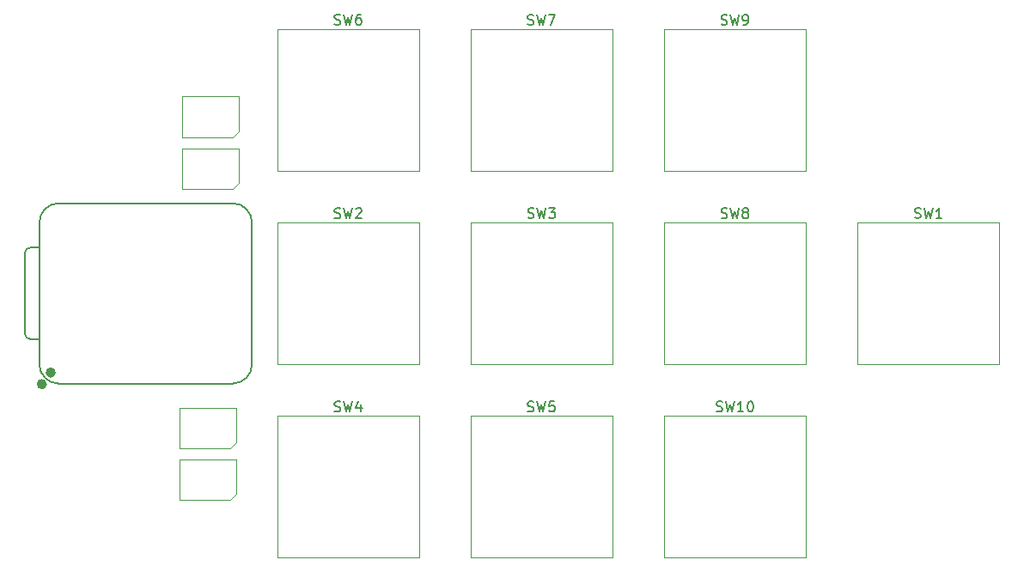
<source format=gbr>
%TF.GenerationSoftware,KiCad,Pcbnew,9.0.2*%
%TF.CreationDate,2025-06-28T19:25:42+02:00*%
%TF.ProjectId,Hackpad,4861636b-7061-4642-9e6b-696361645f70,rev?*%
%TF.SameCoordinates,Original*%
%TF.FileFunction,Legend,Top*%
%TF.FilePolarity,Positive*%
%FSLAX46Y46*%
G04 Gerber Fmt 4.6, Leading zero omitted, Abs format (unit mm)*
G04 Created by KiCad (PCBNEW 9.0.2) date 2025-06-28 19:25:42*
%MOMM*%
%LPD*%
G01*
G04 APERTURE LIST*
%ADD10C,0.150000*%
%ADD11C,0.120000*%
%ADD12C,0.127000*%
%ADD13C,0.100000*%
%ADD14C,0.504000*%
G04 APERTURE END LIST*
D10*
X121376665Y-56643200D02*
X121519522Y-56690819D01*
X121519522Y-56690819D02*
X121757617Y-56690819D01*
X121757617Y-56690819D02*
X121852855Y-56643200D01*
X121852855Y-56643200D02*
X121900474Y-56595580D01*
X121900474Y-56595580D02*
X121948093Y-56500342D01*
X121948093Y-56500342D02*
X121948093Y-56405104D01*
X121948093Y-56405104D02*
X121900474Y-56309866D01*
X121900474Y-56309866D02*
X121852855Y-56262247D01*
X121852855Y-56262247D02*
X121757617Y-56214628D01*
X121757617Y-56214628D02*
X121567141Y-56167009D01*
X121567141Y-56167009D02*
X121471903Y-56119390D01*
X121471903Y-56119390D02*
X121424284Y-56071771D01*
X121424284Y-56071771D02*
X121376665Y-55976533D01*
X121376665Y-55976533D02*
X121376665Y-55881295D01*
X121376665Y-55881295D02*
X121424284Y-55786057D01*
X121424284Y-55786057D02*
X121471903Y-55738438D01*
X121471903Y-55738438D02*
X121567141Y-55690819D01*
X121567141Y-55690819D02*
X121805236Y-55690819D01*
X121805236Y-55690819D02*
X121948093Y-55738438D01*
X122281427Y-55690819D02*
X122519522Y-56690819D01*
X122519522Y-56690819D02*
X122709998Y-55976533D01*
X122709998Y-55976533D02*
X122900474Y-56690819D01*
X122900474Y-56690819D02*
X123138570Y-55690819D01*
X123948093Y-55690819D02*
X123757617Y-55690819D01*
X123757617Y-55690819D02*
X123662379Y-55738438D01*
X123662379Y-55738438D02*
X123614760Y-55786057D01*
X123614760Y-55786057D02*
X123519522Y-55928914D01*
X123519522Y-55928914D02*
X123471903Y-56119390D01*
X123471903Y-56119390D02*
X123471903Y-56500342D01*
X123471903Y-56500342D02*
X123519522Y-56595580D01*
X123519522Y-56595580D02*
X123567141Y-56643200D01*
X123567141Y-56643200D02*
X123662379Y-56690819D01*
X123662379Y-56690819D02*
X123852855Y-56690819D01*
X123852855Y-56690819D02*
X123948093Y-56643200D01*
X123948093Y-56643200D02*
X123995712Y-56595580D01*
X123995712Y-56595580D02*
X124043331Y-56500342D01*
X124043331Y-56500342D02*
X124043331Y-56262247D01*
X124043331Y-56262247D02*
X123995712Y-56167009D01*
X123995712Y-56167009D02*
X123948093Y-56119390D01*
X123948093Y-56119390D02*
X123852855Y-56071771D01*
X123852855Y-56071771D02*
X123662379Y-56071771D01*
X123662379Y-56071771D02*
X123567141Y-56119390D01*
X123567141Y-56119390D02*
X123519522Y-56167009D01*
X123519522Y-56167009D02*
X123471903Y-56262247D01*
X159486665Y-56663200D02*
X159629522Y-56710819D01*
X159629522Y-56710819D02*
X159867617Y-56710819D01*
X159867617Y-56710819D02*
X159962855Y-56663200D01*
X159962855Y-56663200D02*
X160010474Y-56615580D01*
X160010474Y-56615580D02*
X160058093Y-56520342D01*
X160058093Y-56520342D02*
X160058093Y-56425104D01*
X160058093Y-56425104D02*
X160010474Y-56329866D01*
X160010474Y-56329866D02*
X159962855Y-56282247D01*
X159962855Y-56282247D02*
X159867617Y-56234628D01*
X159867617Y-56234628D02*
X159677141Y-56187009D01*
X159677141Y-56187009D02*
X159581903Y-56139390D01*
X159581903Y-56139390D02*
X159534284Y-56091771D01*
X159534284Y-56091771D02*
X159486665Y-55996533D01*
X159486665Y-55996533D02*
X159486665Y-55901295D01*
X159486665Y-55901295D02*
X159534284Y-55806057D01*
X159534284Y-55806057D02*
X159581903Y-55758438D01*
X159581903Y-55758438D02*
X159677141Y-55710819D01*
X159677141Y-55710819D02*
X159915236Y-55710819D01*
X159915236Y-55710819D02*
X160058093Y-55758438D01*
X160391427Y-55710819D02*
X160629522Y-56710819D01*
X160629522Y-56710819D02*
X160819998Y-55996533D01*
X160819998Y-55996533D02*
X161010474Y-56710819D01*
X161010474Y-56710819D02*
X161248570Y-55710819D01*
X161677141Y-56710819D02*
X161867617Y-56710819D01*
X161867617Y-56710819D02*
X161962855Y-56663200D01*
X161962855Y-56663200D02*
X162010474Y-56615580D01*
X162010474Y-56615580D02*
X162105712Y-56472723D01*
X162105712Y-56472723D02*
X162153331Y-56282247D01*
X162153331Y-56282247D02*
X162153331Y-55901295D01*
X162153331Y-55901295D02*
X162105712Y-55806057D01*
X162105712Y-55806057D02*
X162058093Y-55758438D01*
X162058093Y-55758438D02*
X161962855Y-55710819D01*
X161962855Y-55710819D02*
X161772379Y-55710819D01*
X161772379Y-55710819D02*
X161677141Y-55758438D01*
X161677141Y-55758438D02*
X161629522Y-55806057D01*
X161629522Y-55806057D02*
X161581903Y-55901295D01*
X161581903Y-55901295D02*
X161581903Y-56139390D01*
X161581903Y-56139390D02*
X161629522Y-56234628D01*
X161629522Y-56234628D02*
X161677141Y-56282247D01*
X161677141Y-56282247D02*
X161772379Y-56329866D01*
X161772379Y-56329866D02*
X161962855Y-56329866D01*
X161962855Y-56329866D02*
X162058093Y-56282247D01*
X162058093Y-56282247D02*
X162105712Y-56234628D01*
X162105712Y-56234628D02*
X162153331Y-56139390D01*
X140416665Y-56663200D02*
X140559522Y-56710819D01*
X140559522Y-56710819D02*
X140797617Y-56710819D01*
X140797617Y-56710819D02*
X140892855Y-56663200D01*
X140892855Y-56663200D02*
X140940474Y-56615580D01*
X140940474Y-56615580D02*
X140988093Y-56520342D01*
X140988093Y-56520342D02*
X140988093Y-56425104D01*
X140988093Y-56425104D02*
X140940474Y-56329866D01*
X140940474Y-56329866D02*
X140892855Y-56282247D01*
X140892855Y-56282247D02*
X140797617Y-56234628D01*
X140797617Y-56234628D02*
X140607141Y-56187009D01*
X140607141Y-56187009D02*
X140511903Y-56139390D01*
X140511903Y-56139390D02*
X140464284Y-56091771D01*
X140464284Y-56091771D02*
X140416665Y-55996533D01*
X140416665Y-55996533D02*
X140416665Y-55901295D01*
X140416665Y-55901295D02*
X140464284Y-55806057D01*
X140464284Y-55806057D02*
X140511903Y-55758438D01*
X140511903Y-55758438D02*
X140607141Y-55710819D01*
X140607141Y-55710819D02*
X140845236Y-55710819D01*
X140845236Y-55710819D02*
X140988093Y-55758438D01*
X141321427Y-55710819D02*
X141559522Y-56710819D01*
X141559522Y-56710819D02*
X141749998Y-55996533D01*
X141749998Y-55996533D02*
X141940474Y-56710819D01*
X141940474Y-56710819D02*
X142178570Y-55710819D01*
X142464284Y-55710819D02*
X143130950Y-55710819D01*
X143130950Y-55710819D02*
X142702379Y-56710819D01*
X140436665Y-75703200D02*
X140579522Y-75750819D01*
X140579522Y-75750819D02*
X140817617Y-75750819D01*
X140817617Y-75750819D02*
X140912855Y-75703200D01*
X140912855Y-75703200D02*
X140960474Y-75655580D01*
X140960474Y-75655580D02*
X141008093Y-75560342D01*
X141008093Y-75560342D02*
X141008093Y-75465104D01*
X141008093Y-75465104D02*
X140960474Y-75369866D01*
X140960474Y-75369866D02*
X140912855Y-75322247D01*
X140912855Y-75322247D02*
X140817617Y-75274628D01*
X140817617Y-75274628D02*
X140627141Y-75227009D01*
X140627141Y-75227009D02*
X140531903Y-75179390D01*
X140531903Y-75179390D02*
X140484284Y-75131771D01*
X140484284Y-75131771D02*
X140436665Y-75036533D01*
X140436665Y-75036533D02*
X140436665Y-74941295D01*
X140436665Y-74941295D02*
X140484284Y-74846057D01*
X140484284Y-74846057D02*
X140531903Y-74798438D01*
X140531903Y-74798438D02*
X140627141Y-74750819D01*
X140627141Y-74750819D02*
X140865236Y-74750819D01*
X140865236Y-74750819D02*
X141008093Y-74798438D01*
X141341427Y-74750819D02*
X141579522Y-75750819D01*
X141579522Y-75750819D02*
X141769998Y-75036533D01*
X141769998Y-75036533D02*
X141960474Y-75750819D01*
X141960474Y-75750819D02*
X142198570Y-74750819D01*
X142484284Y-74750819D02*
X143103331Y-74750819D01*
X143103331Y-74750819D02*
X142769998Y-75131771D01*
X142769998Y-75131771D02*
X142912855Y-75131771D01*
X142912855Y-75131771D02*
X143008093Y-75179390D01*
X143008093Y-75179390D02*
X143055712Y-75227009D01*
X143055712Y-75227009D02*
X143103331Y-75322247D01*
X143103331Y-75322247D02*
X143103331Y-75560342D01*
X143103331Y-75560342D02*
X143055712Y-75655580D01*
X143055712Y-75655580D02*
X143008093Y-75703200D01*
X143008093Y-75703200D02*
X142912855Y-75750819D01*
X142912855Y-75750819D02*
X142627141Y-75750819D01*
X142627141Y-75750819D02*
X142531903Y-75703200D01*
X142531903Y-75703200D02*
X142484284Y-75655580D01*
X159486665Y-75723200D02*
X159629522Y-75770819D01*
X159629522Y-75770819D02*
X159867617Y-75770819D01*
X159867617Y-75770819D02*
X159962855Y-75723200D01*
X159962855Y-75723200D02*
X160010474Y-75675580D01*
X160010474Y-75675580D02*
X160058093Y-75580342D01*
X160058093Y-75580342D02*
X160058093Y-75485104D01*
X160058093Y-75485104D02*
X160010474Y-75389866D01*
X160010474Y-75389866D02*
X159962855Y-75342247D01*
X159962855Y-75342247D02*
X159867617Y-75294628D01*
X159867617Y-75294628D02*
X159677141Y-75247009D01*
X159677141Y-75247009D02*
X159581903Y-75199390D01*
X159581903Y-75199390D02*
X159534284Y-75151771D01*
X159534284Y-75151771D02*
X159486665Y-75056533D01*
X159486665Y-75056533D02*
X159486665Y-74961295D01*
X159486665Y-74961295D02*
X159534284Y-74866057D01*
X159534284Y-74866057D02*
X159581903Y-74818438D01*
X159581903Y-74818438D02*
X159677141Y-74770819D01*
X159677141Y-74770819D02*
X159915236Y-74770819D01*
X159915236Y-74770819D02*
X160058093Y-74818438D01*
X160391427Y-74770819D02*
X160629522Y-75770819D01*
X160629522Y-75770819D02*
X160819998Y-75056533D01*
X160819998Y-75056533D02*
X161010474Y-75770819D01*
X161010474Y-75770819D02*
X161248570Y-74770819D01*
X161772379Y-75199390D02*
X161677141Y-75151771D01*
X161677141Y-75151771D02*
X161629522Y-75104152D01*
X161629522Y-75104152D02*
X161581903Y-75008914D01*
X161581903Y-75008914D02*
X161581903Y-74961295D01*
X161581903Y-74961295D02*
X161629522Y-74866057D01*
X161629522Y-74866057D02*
X161677141Y-74818438D01*
X161677141Y-74818438D02*
X161772379Y-74770819D01*
X161772379Y-74770819D02*
X161962855Y-74770819D01*
X161962855Y-74770819D02*
X162058093Y-74818438D01*
X162058093Y-74818438D02*
X162105712Y-74866057D01*
X162105712Y-74866057D02*
X162153331Y-74961295D01*
X162153331Y-74961295D02*
X162153331Y-75008914D01*
X162153331Y-75008914D02*
X162105712Y-75104152D01*
X162105712Y-75104152D02*
X162058093Y-75151771D01*
X162058093Y-75151771D02*
X161962855Y-75199390D01*
X161962855Y-75199390D02*
X161772379Y-75199390D01*
X161772379Y-75199390D02*
X161677141Y-75247009D01*
X161677141Y-75247009D02*
X161629522Y-75294628D01*
X161629522Y-75294628D02*
X161581903Y-75389866D01*
X161581903Y-75389866D02*
X161581903Y-75580342D01*
X161581903Y-75580342D02*
X161629522Y-75675580D01*
X161629522Y-75675580D02*
X161677141Y-75723200D01*
X161677141Y-75723200D02*
X161772379Y-75770819D01*
X161772379Y-75770819D02*
X161962855Y-75770819D01*
X161962855Y-75770819D02*
X162058093Y-75723200D01*
X162058093Y-75723200D02*
X162105712Y-75675580D01*
X162105712Y-75675580D02*
X162153331Y-75580342D01*
X162153331Y-75580342D02*
X162153331Y-75389866D01*
X162153331Y-75389866D02*
X162105712Y-75294628D01*
X162105712Y-75294628D02*
X162058093Y-75247009D01*
X162058093Y-75247009D02*
X161962855Y-75199390D01*
X121376665Y-94793200D02*
X121519522Y-94840819D01*
X121519522Y-94840819D02*
X121757617Y-94840819D01*
X121757617Y-94840819D02*
X121852855Y-94793200D01*
X121852855Y-94793200D02*
X121900474Y-94745580D01*
X121900474Y-94745580D02*
X121948093Y-94650342D01*
X121948093Y-94650342D02*
X121948093Y-94555104D01*
X121948093Y-94555104D02*
X121900474Y-94459866D01*
X121900474Y-94459866D02*
X121852855Y-94412247D01*
X121852855Y-94412247D02*
X121757617Y-94364628D01*
X121757617Y-94364628D02*
X121567141Y-94317009D01*
X121567141Y-94317009D02*
X121471903Y-94269390D01*
X121471903Y-94269390D02*
X121424284Y-94221771D01*
X121424284Y-94221771D02*
X121376665Y-94126533D01*
X121376665Y-94126533D02*
X121376665Y-94031295D01*
X121376665Y-94031295D02*
X121424284Y-93936057D01*
X121424284Y-93936057D02*
X121471903Y-93888438D01*
X121471903Y-93888438D02*
X121567141Y-93840819D01*
X121567141Y-93840819D02*
X121805236Y-93840819D01*
X121805236Y-93840819D02*
X121948093Y-93888438D01*
X122281427Y-93840819D02*
X122519522Y-94840819D01*
X122519522Y-94840819D02*
X122709998Y-94126533D01*
X122709998Y-94126533D02*
X122900474Y-94840819D01*
X122900474Y-94840819D02*
X123138570Y-93840819D01*
X123948093Y-94174152D02*
X123948093Y-94840819D01*
X123709998Y-93793200D02*
X123471903Y-94507485D01*
X123471903Y-94507485D02*
X124090950Y-94507485D01*
X178566665Y-75713200D02*
X178709522Y-75760819D01*
X178709522Y-75760819D02*
X178947617Y-75760819D01*
X178947617Y-75760819D02*
X179042855Y-75713200D01*
X179042855Y-75713200D02*
X179090474Y-75665580D01*
X179090474Y-75665580D02*
X179138093Y-75570342D01*
X179138093Y-75570342D02*
X179138093Y-75475104D01*
X179138093Y-75475104D02*
X179090474Y-75379866D01*
X179090474Y-75379866D02*
X179042855Y-75332247D01*
X179042855Y-75332247D02*
X178947617Y-75284628D01*
X178947617Y-75284628D02*
X178757141Y-75237009D01*
X178757141Y-75237009D02*
X178661903Y-75189390D01*
X178661903Y-75189390D02*
X178614284Y-75141771D01*
X178614284Y-75141771D02*
X178566665Y-75046533D01*
X178566665Y-75046533D02*
X178566665Y-74951295D01*
X178566665Y-74951295D02*
X178614284Y-74856057D01*
X178614284Y-74856057D02*
X178661903Y-74808438D01*
X178661903Y-74808438D02*
X178757141Y-74760819D01*
X178757141Y-74760819D02*
X178995236Y-74760819D01*
X178995236Y-74760819D02*
X179138093Y-74808438D01*
X179471427Y-74760819D02*
X179709522Y-75760819D01*
X179709522Y-75760819D02*
X179899998Y-75046533D01*
X179899998Y-75046533D02*
X180090474Y-75760819D01*
X180090474Y-75760819D02*
X180328570Y-74760819D01*
X181233331Y-75760819D02*
X180661903Y-75760819D01*
X180947617Y-75760819D02*
X180947617Y-74760819D01*
X180947617Y-74760819D02*
X180852379Y-74903676D01*
X180852379Y-74903676D02*
X180757141Y-74998914D01*
X180757141Y-74998914D02*
X180661903Y-75046533D01*
X140416665Y-94793200D02*
X140559522Y-94840819D01*
X140559522Y-94840819D02*
X140797617Y-94840819D01*
X140797617Y-94840819D02*
X140892855Y-94793200D01*
X140892855Y-94793200D02*
X140940474Y-94745580D01*
X140940474Y-94745580D02*
X140988093Y-94650342D01*
X140988093Y-94650342D02*
X140988093Y-94555104D01*
X140988093Y-94555104D02*
X140940474Y-94459866D01*
X140940474Y-94459866D02*
X140892855Y-94412247D01*
X140892855Y-94412247D02*
X140797617Y-94364628D01*
X140797617Y-94364628D02*
X140607141Y-94317009D01*
X140607141Y-94317009D02*
X140511903Y-94269390D01*
X140511903Y-94269390D02*
X140464284Y-94221771D01*
X140464284Y-94221771D02*
X140416665Y-94126533D01*
X140416665Y-94126533D02*
X140416665Y-94031295D01*
X140416665Y-94031295D02*
X140464284Y-93936057D01*
X140464284Y-93936057D02*
X140511903Y-93888438D01*
X140511903Y-93888438D02*
X140607141Y-93840819D01*
X140607141Y-93840819D02*
X140845236Y-93840819D01*
X140845236Y-93840819D02*
X140988093Y-93888438D01*
X141321427Y-93840819D02*
X141559522Y-94840819D01*
X141559522Y-94840819D02*
X141749998Y-94126533D01*
X141749998Y-94126533D02*
X141940474Y-94840819D01*
X141940474Y-94840819D02*
X142178570Y-93840819D01*
X143035712Y-93840819D02*
X142559522Y-93840819D01*
X142559522Y-93840819D02*
X142511903Y-94317009D01*
X142511903Y-94317009D02*
X142559522Y-94269390D01*
X142559522Y-94269390D02*
X142654760Y-94221771D01*
X142654760Y-94221771D02*
X142892855Y-94221771D01*
X142892855Y-94221771D02*
X142988093Y-94269390D01*
X142988093Y-94269390D02*
X143035712Y-94317009D01*
X143035712Y-94317009D02*
X143083331Y-94412247D01*
X143083331Y-94412247D02*
X143083331Y-94650342D01*
X143083331Y-94650342D02*
X143035712Y-94745580D01*
X143035712Y-94745580D02*
X142988093Y-94793200D01*
X142988093Y-94793200D02*
X142892855Y-94840819D01*
X142892855Y-94840819D02*
X142654760Y-94840819D01*
X142654760Y-94840819D02*
X142559522Y-94793200D01*
X142559522Y-94793200D02*
X142511903Y-94745580D01*
X121376665Y-75723200D02*
X121519522Y-75770819D01*
X121519522Y-75770819D02*
X121757617Y-75770819D01*
X121757617Y-75770819D02*
X121852855Y-75723200D01*
X121852855Y-75723200D02*
X121900474Y-75675580D01*
X121900474Y-75675580D02*
X121948093Y-75580342D01*
X121948093Y-75580342D02*
X121948093Y-75485104D01*
X121948093Y-75485104D02*
X121900474Y-75389866D01*
X121900474Y-75389866D02*
X121852855Y-75342247D01*
X121852855Y-75342247D02*
X121757617Y-75294628D01*
X121757617Y-75294628D02*
X121567141Y-75247009D01*
X121567141Y-75247009D02*
X121471903Y-75199390D01*
X121471903Y-75199390D02*
X121424284Y-75151771D01*
X121424284Y-75151771D02*
X121376665Y-75056533D01*
X121376665Y-75056533D02*
X121376665Y-74961295D01*
X121376665Y-74961295D02*
X121424284Y-74866057D01*
X121424284Y-74866057D02*
X121471903Y-74818438D01*
X121471903Y-74818438D02*
X121567141Y-74770819D01*
X121567141Y-74770819D02*
X121805236Y-74770819D01*
X121805236Y-74770819D02*
X121948093Y-74818438D01*
X122281427Y-74770819D02*
X122519522Y-75770819D01*
X122519522Y-75770819D02*
X122709998Y-75056533D01*
X122709998Y-75056533D02*
X122900474Y-75770819D01*
X122900474Y-75770819D02*
X123138570Y-74770819D01*
X123471903Y-74866057D02*
X123519522Y-74818438D01*
X123519522Y-74818438D02*
X123614760Y-74770819D01*
X123614760Y-74770819D02*
X123852855Y-74770819D01*
X123852855Y-74770819D02*
X123948093Y-74818438D01*
X123948093Y-74818438D02*
X123995712Y-74866057D01*
X123995712Y-74866057D02*
X124043331Y-74961295D01*
X124043331Y-74961295D02*
X124043331Y-75056533D01*
X124043331Y-75056533D02*
X123995712Y-75199390D01*
X123995712Y-75199390D02*
X123424284Y-75770819D01*
X123424284Y-75770819D02*
X124043331Y-75770819D01*
X159010474Y-94773200D02*
X159153331Y-94820819D01*
X159153331Y-94820819D02*
X159391426Y-94820819D01*
X159391426Y-94820819D02*
X159486664Y-94773200D01*
X159486664Y-94773200D02*
X159534283Y-94725580D01*
X159534283Y-94725580D02*
X159581902Y-94630342D01*
X159581902Y-94630342D02*
X159581902Y-94535104D01*
X159581902Y-94535104D02*
X159534283Y-94439866D01*
X159534283Y-94439866D02*
X159486664Y-94392247D01*
X159486664Y-94392247D02*
X159391426Y-94344628D01*
X159391426Y-94344628D02*
X159200950Y-94297009D01*
X159200950Y-94297009D02*
X159105712Y-94249390D01*
X159105712Y-94249390D02*
X159058093Y-94201771D01*
X159058093Y-94201771D02*
X159010474Y-94106533D01*
X159010474Y-94106533D02*
X159010474Y-94011295D01*
X159010474Y-94011295D02*
X159058093Y-93916057D01*
X159058093Y-93916057D02*
X159105712Y-93868438D01*
X159105712Y-93868438D02*
X159200950Y-93820819D01*
X159200950Y-93820819D02*
X159439045Y-93820819D01*
X159439045Y-93820819D02*
X159581902Y-93868438D01*
X159915236Y-93820819D02*
X160153331Y-94820819D01*
X160153331Y-94820819D02*
X160343807Y-94106533D01*
X160343807Y-94106533D02*
X160534283Y-94820819D01*
X160534283Y-94820819D02*
X160772379Y-93820819D01*
X161677140Y-94820819D02*
X161105712Y-94820819D01*
X161391426Y-94820819D02*
X161391426Y-93820819D01*
X161391426Y-93820819D02*
X161296188Y-93963676D01*
X161296188Y-93963676D02*
X161200950Y-94058914D01*
X161200950Y-94058914D02*
X161105712Y-94106533D01*
X162296188Y-93820819D02*
X162391426Y-93820819D01*
X162391426Y-93820819D02*
X162486664Y-93868438D01*
X162486664Y-93868438D02*
X162534283Y-93916057D01*
X162534283Y-93916057D02*
X162581902Y-94011295D01*
X162581902Y-94011295D02*
X162629521Y-94201771D01*
X162629521Y-94201771D02*
X162629521Y-94439866D01*
X162629521Y-94439866D02*
X162581902Y-94630342D01*
X162581902Y-94630342D02*
X162534283Y-94725580D01*
X162534283Y-94725580D02*
X162486664Y-94773200D01*
X162486664Y-94773200D02*
X162391426Y-94820819D01*
X162391426Y-94820819D02*
X162296188Y-94820819D01*
X162296188Y-94820819D02*
X162200950Y-94773200D01*
X162200950Y-94773200D02*
X162153331Y-94725580D01*
X162153331Y-94725580D02*
X162105712Y-94630342D01*
X162105712Y-94630342D02*
X162058093Y-94439866D01*
X162058093Y-94439866D02*
X162058093Y-94201771D01*
X162058093Y-94201771D02*
X162105712Y-94011295D01*
X162105712Y-94011295D02*
X162153331Y-93916057D01*
X162153331Y-93916057D02*
X162200950Y-93868438D01*
X162200950Y-93868438D02*
X162296188Y-93820819D01*
D11*
%TO.C,SW6*%
X115724998Y-57125000D02*
X129694998Y-57125000D01*
X115724998Y-71095000D02*
X115724998Y-57125000D01*
X129694998Y-57125000D02*
X129694998Y-71095000D01*
X129694998Y-71095000D02*
X115724998Y-71095000D01*
%TO.C,SW9*%
X153834998Y-57145000D02*
X167804998Y-57145000D01*
X153834998Y-71115000D02*
X153834998Y-57145000D01*
X167804998Y-57145000D02*
X167804998Y-71115000D01*
X167804998Y-71115000D02*
X153834998Y-71115000D01*
%TO.C,SW7*%
X134764998Y-57145000D02*
X148734998Y-57145000D01*
X134764998Y-71115000D02*
X134764998Y-57145000D01*
X148734998Y-57145000D02*
X148734998Y-71115000D01*
X148734998Y-71115000D02*
X134764998Y-71115000D01*
%TO.C,SW3*%
X134784998Y-76185000D02*
X148754998Y-76185000D01*
X134784998Y-90155000D02*
X134784998Y-76185000D01*
X148754998Y-76185000D02*
X148754998Y-90155000D01*
X148754998Y-90155000D02*
X134784998Y-90155000D01*
D12*
%TO.C,U1*%
X90869000Y-87171272D02*
X90869000Y-79176000D01*
X91369000Y-78676000D02*
X92279000Y-78676000D01*
D13*
X92279000Y-76195000D02*
X92279000Y-90165000D01*
D12*
X92279000Y-76195000D02*
X92279000Y-90165000D01*
X92279000Y-87675000D02*
X91368728Y-87671272D01*
X111329000Y-74290000D02*
X94184000Y-74290000D01*
X111329000Y-92070000D02*
X94184000Y-92070000D01*
X113234000Y-90165000D02*
X113234000Y-76195000D01*
X90869000Y-79176000D02*
G75*
G02*
X91369000Y-78676000I500000J0D01*
G01*
X91368728Y-87671272D02*
G75*
G02*
X90869001Y-87171272I291J500018D01*
G01*
X92279000Y-76195000D02*
G75*
G02*
X94184000Y-74290000I1905000J0D01*
G01*
X94184000Y-92070000D02*
G75*
G02*
X92279000Y-90165000I1J1905001D01*
G01*
X111329000Y-74290000D02*
G75*
G02*
X113234000Y-76195000I0J-1905000D01*
G01*
X113234000Y-90165000D02*
G75*
G02*
X111329000Y-92070000I-1905001J1D01*
G01*
D14*
X92772000Y-92130000D02*
G75*
G02*
X92268000Y-92130000I-252000J0D01*
G01*
X92268000Y-92130000D02*
G75*
G02*
X92772000Y-92130000I252000J0D01*
G01*
X93652000Y-90987000D02*
G75*
G02*
X93148000Y-90987000I-252000J0D01*
G01*
X93148000Y-90987000D02*
G75*
G02*
X93652000Y-90987000I252000J0D01*
G01*
D11*
%TO.C,D4*%
X106119998Y-94440000D02*
X106119998Y-98440000D01*
X106119998Y-94440000D02*
X111719998Y-94440000D01*
X106119998Y-98440000D02*
X111119998Y-98440000D01*
X111719998Y-97840000D02*
X111119998Y-98440000D01*
X111719998Y-97840000D02*
X111719998Y-94440000D01*
%TO.C,SW8*%
X153834998Y-76205000D02*
X167804998Y-76205000D01*
X153834998Y-90175000D02*
X153834998Y-76205000D01*
X167804998Y-76205000D02*
X167804998Y-90175000D01*
X167804998Y-90175000D02*
X153834998Y-90175000D01*
%TO.C,SW4*%
X115724998Y-95275000D02*
X129694998Y-95275000D01*
X115724998Y-109245000D02*
X115724998Y-95275000D01*
X129694998Y-95275000D02*
X129694998Y-109245000D01*
X129694998Y-109245000D02*
X115724998Y-109245000D01*
%TO.C,SW1*%
X172914998Y-76195000D02*
X186884998Y-76195000D01*
X172914998Y-90165000D02*
X172914998Y-76195000D01*
X186884998Y-76195000D02*
X186884998Y-90165000D01*
X186884998Y-90165000D02*
X172914998Y-90165000D01*
%TO.C,SW5*%
X134764998Y-95275000D02*
X148734998Y-95275000D01*
X134764998Y-109245000D02*
X134764998Y-95275000D01*
X148734998Y-95275000D02*
X148734998Y-109245000D01*
X148734998Y-109245000D02*
X134764998Y-109245000D01*
%TO.C,SW2*%
X115724998Y-76205000D02*
X129694998Y-76205000D01*
X115724998Y-90175000D02*
X115724998Y-76205000D01*
X129694998Y-76205000D02*
X129694998Y-90175000D01*
X129694998Y-90175000D02*
X115724998Y-90175000D01*
%TO.C,D5*%
X106119998Y-99560000D02*
X106119998Y-103560000D01*
X106119998Y-99560000D02*
X111719998Y-99560000D01*
X106119998Y-103560000D02*
X111119998Y-103560000D01*
X111719998Y-102960000D02*
X111119998Y-103560000D01*
X111719998Y-102960000D02*
X111719998Y-99560000D01*
%TO.C,D3*%
X106329998Y-68900000D02*
X106329998Y-72900000D01*
X106329998Y-68900000D02*
X111929998Y-68900000D01*
X106329998Y-72900000D02*
X111329998Y-72900000D01*
X111929998Y-72300000D02*
X111329998Y-72900000D01*
X111929998Y-72300000D02*
X111929998Y-68900000D01*
%TO.C,SW10*%
X153834998Y-95255000D02*
X167804998Y-95255000D01*
X153834998Y-109225000D02*
X153834998Y-95255000D01*
X167804998Y-95255000D02*
X167804998Y-109225000D01*
X167804998Y-109225000D02*
X153834998Y-109225000D01*
%TO.C,D2*%
X106329998Y-63780000D02*
X106329998Y-67780000D01*
X106329998Y-63780000D02*
X111929998Y-63780000D01*
X106329998Y-67780000D02*
X111329998Y-67780000D01*
X111929998Y-67180000D02*
X111329998Y-67780000D01*
X111929998Y-67180000D02*
X111929998Y-63780000D01*
%TD*%
M02*

</source>
